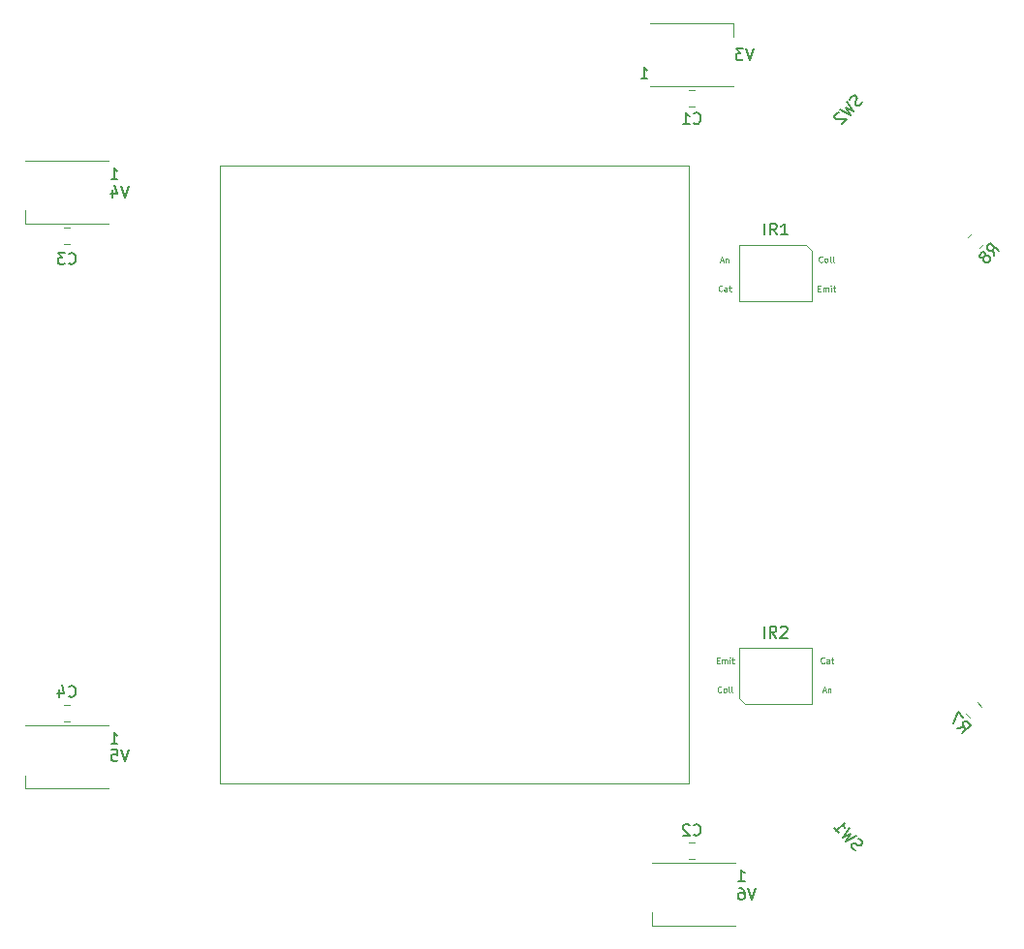
<source format=gbr>
G04 #@! TF.GenerationSoftware,KiCad,Pcbnew,(5.1.2)-2*
G04 #@! TF.CreationDate,2019-10-29T07:50:01+01:00*
G04 #@! TF.ProjectId,Alphabot2.0,416c7068-6162-46f7-9432-2e302e6b6963,1.0*
G04 #@! TF.SameCoordinates,Original*
G04 #@! TF.FileFunction,Legend,Bot*
G04 #@! TF.FilePolarity,Positive*
%FSLAX46Y46*%
G04 Gerber Fmt 4.6, Leading zero omitted, Abs format (unit mm)*
G04 Created by KiCad (PCBNEW (5.1.2)-2) date 2019-10-29 07:50:01*
%MOMM*%
%LPD*%
G04 APERTURE LIST*
%ADD10C,0.120000*%
%ADD11C,0.150000*%
%ADD12C,0.125000*%
G04 APERTURE END LIST*
D10*
X112405000Y-72620000D02*
X112405000Y-126620000D01*
X153405000Y-72620000D02*
X112405000Y-72620000D01*
X153405000Y-126620000D02*
X153405000Y-72620000D01*
X112405000Y-126620000D02*
X153405000Y-126620000D01*
X177775117Y-78868687D02*
X178131464Y-78486552D01*
X178813640Y-79837124D02*
X179169987Y-79454989D01*
X178661240Y-119532276D02*
X179017587Y-119914411D01*
X177622717Y-120500713D02*
X177979064Y-120882848D01*
X158302940Y-119688560D02*
X157802940Y-119188560D01*
X164202940Y-114788560D02*
X164202940Y-119688560D01*
X157802940Y-114788560D02*
X164202940Y-114788560D01*
X157802940Y-119188560D02*
X157802940Y-114788560D01*
X164202940Y-119688560D02*
X158302940Y-119688560D01*
X163700000Y-79550000D02*
X164200000Y-80050000D01*
X157800000Y-84450000D02*
X157800000Y-79550000D01*
X164200000Y-84450000D02*
X157800000Y-84450000D01*
X164200000Y-80050000D02*
X164200000Y-84450000D01*
X157800000Y-79550000D02*
X163700000Y-79550000D01*
X150210000Y-139060000D02*
X150210000Y-137910000D01*
X157510000Y-139060000D02*
X150210000Y-139060000D01*
X157510000Y-133560000D02*
X150210000Y-133560000D01*
X95410000Y-127060000D02*
X95410000Y-125910000D01*
X102710000Y-127060000D02*
X95410000Y-127060000D01*
X102710000Y-121560000D02*
X95410000Y-121560000D01*
X95410000Y-77680000D02*
X95410000Y-76530000D01*
X102710000Y-77680000D02*
X95410000Y-77680000D01*
X102710000Y-72180000D02*
X95410000Y-72180000D01*
X157330000Y-60180000D02*
X157330000Y-61330000D01*
X150030000Y-60180000D02*
X157330000Y-60180000D01*
X150030000Y-65680000D02*
X157330000Y-65680000D01*
X98798748Y-119790000D02*
X99321252Y-119790000D01*
X98798748Y-121210000D02*
X99321252Y-121210000D01*
X99321252Y-79450000D02*
X98798748Y-79450000D01*
X99321252Y-78030000D02*
X98798748Y-78030000D01*
X153418748Y-131790000D02*
X153941252Y-131790000D01*
X153418748Y-133210000D02*
X153941252Y-133210000D01*
X153941252Y-67450000D02*
X153418748Y-67450000D01*
X153941252Y-66030000D02*
X153418748Y-66030000D01*
D11*
X168555355Y-67010908D02*
X168492753Y-67147863D01*
X168330372Y-67321995D01*
X168230594Y-67359172D01*
X168163291Y-67361522D01*
X168061162Y-67331396D01*
X167991510Y-67266444D01*
X167954333Y-67166665D01*
X167951983Y-67099363D01*
X167982109Y-66997234D01*
X168077187Y-66825453D01*
X168107313Y-66723324D01*
X168104962Y-66656021D01*
X168067786Y-66556243D01*
X167998133Y-66491290D01*
X167896004Y-66461165D01*
X167828702Y-66463515D01*
X167728923Y-66500691D01*
X167566542Y-66674823D01*
X167503940Y-66811778D01*
X167241781Y-67023087D02*
X167810754Y-67879217D01*
X167158454Y-67531381D01*
X167550946Y-68157828D01*
X166657211Y-67649962D01*
X166499531Y-67958698D02*
X166432229Y-67961049D01*
X166332450Y-67998225D01*
X166170070Y-68172357D01*
X166139944Y-68274486D01*
X166142294Y-68341788D01*
X166179471Y-68441567D01*
X166249123Y-68506519D01*
X166386079Y-68569121D01*
X167193708Y-68540918D01*
X166771519Y-68993661D01*
X167963307Y-132461185D02*
X167831052Y-132389182D01*
X167668671Y-132215050D01*
X167638545Y-132112921D01*
X167640896Y-132045619D01*
X167678072Y-131945840D01*
X167747725Y-131880888D01*
X167849854Y-131850762D01*
X167917156Y-131853112D01*
X168016935Y-131890289D01*
X168181666Y-131997118D01*
X168281444Y-132034295D01*
X168348747Y-132036645D01*
X168450876Y-132006519D01*
X168520528Y-131941567D01*
X168557705Y-131841788D01*
X168560055Y-131774486D01*
X168529929Y-131672357D01*
X168367549Y-131498225D01*
X168235294Y-131426222D01*
X168042788Y-131149962D02*
X167149053Y-131657828D01*
X167541545Y-131031381D01*
X166889245Y-131379217D01*
X167458218Y-130523087D01*
X166109818Y-130543384D02*
X166499531Y-130961301D01*
X166304675Y-130752342D02*
X167036028Y-130070344D01*
X166996501Y-130237425D01*
X166991801Y-130372030D01*
X167021927Y-130474159D01*
X180123802Y-80473765D02*
X180002871Y-79905220D01*
X180513516Y-80055849D02*
X179782162Y-79373851D01*
X179522353Y-79652461D01*
X179492227Y-79754590D01*
X179494578Y-79821893D01*
X179531754Y-79921671D01*
X179636233Y-80019100D01*
X179738362Y-80049226D01*
X179805665Y-80046875D01*
X179905443Y-80009699D01*
X180165252Y-79731088D01*
X179316173Y-80501968D02*
X179346298Y-80399839D01*
X179343948Y-80332537D01*
X179306772Y-80232758D01*
X179271945Y-80200282D01*
X179169816Y-80170156D01*
X179102514Y-80172507D01*
X179002735Y-80209683D01*
X178872831Y-80348989D01*
X178842705Y-80451118D01*
X178845055Y-80518420D01*
X178882232Y-80618199D01*
X178917058Y-80650675D01*
X179019187Y-80680801D01*
X179086490Y-80678450D01*
X179186268Y-80641274D01*
X179316173Y-80501968D01*
X179415951Y-80464792D01*
X179483254Y-80462441D01*
X179585383Y-80492567D01*
X179724688Y-80622472D01*
X179761865Y-80722250D01*
X179764215Y-80789553D01*
X179734089Y-80891682D01*
X179604185Y-81030987D01*
X179504406Y-81068164D01*
X179437104Y-81070514D01*
X179334975Y-81040388D01*
X179195669Y-80910484D01*
X179158493Y-80810705D01*
X179156142Y-80743403D01*
X179186268Y-80641274D01*
X176896233Y-121763274D02*
X177471830Y-121682297D01*
X177285947Y-122181190D02*
X178017300Y-121499192D01*
X177757492Y-121220581D01*
X177657713Y-121183404D01*
X177590410Y-121181054D01*
X177488282Y-121211180D01*
X177383803Y-121308608D01*
X177346626Y-121408387D01*
X177344276Y-121475689D01*
X177374402Y-121577818D01*
X177634210Y-121856429D01*
X177400254Y-120837491D02*
X176945589Y-120349922D01*
X176506520Y-121345357D01*
X160023809Y-113882380D02*
X160023809Y-112882380D01*
X161071428Y-113882380D02*
X160738095Y-113406190D01*
X160500000Y-113882380D02*
X160500000Y-112882380D01*
X160880952Y-112882380D01*
X160976190Y-112930000D01*
X161023809Y-112977619D01*
X161071428Y-113072857D01*
X161071428Y-113215714D01*
X161023809Y-113310952D01*
X160976190Y-113358571D01*
X160880952Y-113406190D01*
X160500000Y-113406190D01*
X161452380Y-112977619D02*
X161500000Y-112930000D01*
X161595238Y-112882380D01*
X161833333Y-112882380D01*
X161928571Y-112930000D01*
X161976190Y-112977619D01*
X162023809Y-113072857D01*
X162023809Y-113168095D01*
X161976190Y-113310952D01*
X161404761Y-113882380D01*
X162023809Y-113882380D01*
D12*
X155880559Y-115842845D02*
X156047225Y-115842845D01*
X156118654Y-116104750D02*
X155880559Y-116104750D01*
X155880559Y-115604750D01*
X156118654Y-115604750D01*
X156332940Y-116104750D02*
X156332940Y-115771417D01*
X156332940Y-115819036D02*
X156356749Y-115795226D01*
X156404368Y-115771417D01*
X156475797Y-115771417D01*
X156523416Y-115795226D01*
X156547225Y-115842845D01*
X156547225Y-116104750D01*
X156547225Y-115842845D02*
X156571035Y-115795226D01*
X156618654Y-115771417D01*
X156690082Y-115771417D01*
X156737701Y-115795226D01*
X156761511Y-115842845D01*
X156761511Y-116104750D01*
X156999606Y-116104750D02*
X156999606Y-115771417D01*
X156999606Y-115604750D02*
X156975797Y-115628560D01*
X156999606Y-115652369D01*
X157023416Y-115628560D01*
X156999606Y-115604750D01*
X156999606Y-115652369D01*
X157166273Y-115771417D02*
X157356749Y-115771417D01*
X157237701Y-115604750D02*
X157237701Y-116033321D01*
X157261511Y-116080940D01*
X157309130Y-116104750D01*
X157356749Y-116104750D01*
X156249606Y-118597131D02*
X156225797Y-118620940D01*
X156154368Y-118644750D01*
X156106749Y-118644750D01*
X156035320Y-118620940D01*
X155987701Y-118573321D01*
X155963892Y-118525702D01*
X155940082Y-118430464D01*
X155940082Y-118359036D01*
X155963892Y-118263798D01*
X155987701Y-118216179D01*
X156035320Y-118168560D01*
X156106749Y-118144750D01*
X156154368Y-118144750D01*
X156225797Y-118168560D01*
X156249606Y-118192369D01*
X156535320Y-118644750D02*
X156487701Y-118620940D01*
X156463892Y-118597131D01*
X156440082Y-118549512D01*
X156440082Y-118406655D01*
X156463892Y-118359036D01*
X156487701Y-118335226D01*
X156535320Y-118311417D01*
X156606749Y-118311417D01*
X156654368Y-118335226D01*
X156678178Y-118359036D01*
X156701987Y-118406655D01*
X156701987Y-118549512D01*
X156678178Y-118597131D01*
X156654368Y-118620940D01*
X156606749Y-118644750D01*
X156535320Y-118644750D01*
X156987701Y-118644750D02*
X156940082Y-118620940D01*
X156916273Y-118573321D01*
X156916273Y-118144750D01*
X157249606Y-118644750D02*
X157201987Y-118620940D01*
X157178178Y-118573321D01*
X157178178Y-118144750D01*
X165258654Y-116057131D02*
X165234844Y-116080940D01*
X165163416Y-116104750D01*
X165115797Y-116104750D01*
X165044368Y-116080940D01*
X164996749Y-116033321D01*
X164972940Y-115985702D01*
X164949130Y-115890464D01*
X164949130Y-115819036D01*
X164972940Y-115723798D01*
X164996749Y-115676179D01*
X165044368Y-115628560D01*
X165115797Y-115604750D01*
X165163416Y-115604750D01*
X165234844Y-115628560D01*
X165258654Y-115652369D01*
X165687225Y-116104750D02*
X165687225Y-115842845D01*
X165663416Y-115795226D01*
X165615797Y-115771417D01*
X165520559Y-115771417D01*
X165472940Y-115795226D01*
X165687225Y-116080940D02*
X165639606Y-116104750D01*
X165520559Y-116104750D01*
X165472940Y-116080940D01*
X165449130Y-116033321D01*
X165449130Y-115985702D01*
X165472940Y-115938083D01*
X165520559Y-115914274D01*
X165639606Y-115914274D01*
X165687225Y-115890464D01*
X165853892Y-115771417D02*
X166044368Y-115771417D01*
X165925320Y-115604750D02*
X165925320Y-116033321D01*
X165949130Y-116080940D01*
X165996749Y-116104750D01*
X166044368Y-116104750D01*
X165127701Y-118501893D02*
X165365797Y-118501893D01*
X165080082Y-118644750D02*
X165246749Y-118144750D01*
X165413416Y-118644750D01*
X165580082Y-118311417D02*
X165580082Y-118644750D01*
X165580082Y-118359036D02*
X165603892Y-118335226D01*
X165651511Y-118311417D01*
X165722940Y-118311417D01*
X165770559Y-118335226D01*
X165794368Y-118382845D01*
X165794368Y-118644750D01*
D11*
X160059809Y-78642380D02*
X160059809Y-77642380D01*
X161107428Y-78642380D02*
X160774095Y-78166190D01*
X160536000Y-78642380D02*
X160536000Y-77642380D01*
X160916952Y-77642380D01*
X161012190Y-77690000D01*
X161059809Y-77737619D01*
X161107428Y-77832857D01*
X161107428Y-77975714D01*
X161059809Y-78070952D01*
X161012190Y-78118571D01*
X160916952Y-78166190D01*
X160536000Y-78166190D01*
X162059809Y-78642380D02*
X161488380Y-78642380D01*
X161774095Y-78642380D02*
X161774095Y-77642380D01*
X161678857Y-77785238D01*
X161583619Y-77880476D01*
X161488380Y-77928095D01*
D12*
X164717619Y-83324285D02*
X164884285Y-83324285D01*
X164955714Y-83586190D02*
X164717619Y-83586190D01*
X164717619Y-83086190D01*
X164955714Y-83086190D01*
X165170000Y-83586190D02*
X165170000Y-83252857D01*
X165170000Y-83300476D02*
X165193809Y-83276666D01*
X165241428Y-83252857D01*
X165312857Y-83252857D01*
X165360476Y-83276666D01*
X165384285Y-83324285D01*
X165384285Y-83586190D01*
X165384285Y-83324285D02*
X165408095Y-83276666D01*
X165455714Y-83252857D01*
X165527142Y-83252857D01*
X165574761Y-83276666D01*
X165598571Y-83324285D01*
X165598571Y-83586190D01*
X165836666Y-83586190D02*
X165836666Y-83252857D01*
X165836666Y-83086190D02*
X165812857Y-83110000D01*
X165836666Y-83133809D01*
X165860476Y-83110000D01*
X165836666Y-83086190D01*
X165836666Y-83133809D01*
X166003333Y-83252857D02*
X166193809Y-83252857D01*
X166074761Y-83086190D02*
X166074761Y-83514761D01*
X166098571Y-83562380D01*
X166146190Y-83586190D01*
X166193809Y-83586190D01*
X165086666Y-80998571D02*
X165062857Y-81022380D01*
X164991428Y-81046190D01*
X164943809Y-81046190D01*
X164872380Y-81022380D01*
X164824761Y-80974761D01*
X164800952Y-80927142D01*
X164777142Y-80831904D01*
X164777142Y-80760476D01*
X164800952Y-80665238D01*
X164824761Y-80617619D01*
X164872380Y-80570000D01*
X164943809Y-80546190D01*
X164991428Y-80546190D01*
X165062857Y-80570000D01*
X165086666Y-80593809D01*
X165372380Y-81046190D02*
X165324761Y-81022380D01*
X165300952Y-80998571D01*
X165277142Y-80950952D01*
X165277142Y-80808095D01*
X165300952Y-80760476D01*
X165324761Y-80736666D01*
X165372380Y-80712857D01*
X165443809Y-80712857D01*
X165491428Y-80736666D01*
X165515238Y-80760476D01*
X165539047Y-80808095D01*
X165539047Y-80950952D01*
X165515238Y-80998571D01*
X165491428Y-81022380D01*
X165443809Y-81046190D01*
X165372380Y-81046190D01*
X165824761Y-81046190D02*
X165777142Y-81022380D01*
X165753333Y-80974761D01*
X165753333Y-80546190D01*
X166086666Y-81046190D02*
X166039047Y-81022380D01*
X166015238Y-80974761D01*
X166015238Y-80546190D01*
X156315714Y-83538571D02*
X156291904Y-83562380D01*
X156220476Y-83586190D01*
X156172857Y-83586190D01*
X156101428Y-83562380D01*
X156053809Y-83514761D01*
X156030000Y-83467142D01*
X156006190Y-83371904D01*
X156006190Y-83300476D01*
X156030000Y-83205238D01*
X156053809Y-83157619D01*
X156101428Y-83110000D01*
X156172857Y-83086190D01*
X156220476Y-83086190D01*
X156291904Y-83110000D01*
X156315714Y-83133809D01*
X156744285Y-83586190D02*
X156744285Y-83324285D01*
X156720476Y-83276666D01*
X156672857Y-83252857D01*
X156577619Y-83252857D01*
X156530000Y-83276666D01*
X156744285Y-83562380D02*
X156696666Y-83586190D01*
X156577619Y-83586190D01*
X156530000Y-83562380D01*
X156506190Y-83514761D01*
X156506190Y-83467142D01*
X156530000Y-83419523D01*
X156577619Y-83395714D01*
X156696666Y-83395714D01*
X156744285Y-83371904D01*
X156910952Y-83252857D02*
X157101428Y-83252857D01*
X156982380Y-83086190D02*
X156982380Y-83514761D01*
X157006190Y-83562380D01*
X157053809Y-83586190D01*
X157101428Y-83586190D01*
X156184761Y-80903333D02*
X156422857Y-80903333D01*
X156137142Y-81046190D02*
X156303809Y-80546190D01*
X156470476Y-81046190D01*
X156637142Y-80712857D02*
X156637142Y-81046190D01*
X156637142Y-80760476D02*
X156660952Y-80736666D01*
X156708571Y-80712857D01*
X156780000Y-80712857D01*
X156827619Y-80736666D01*
X156851428Y-80784285D01*
X156851428Y-81046190D01*
D11*
X159241523Y-135762380D02*
X158908190Y-136762380D01*
X158574857Y-135762380D01*
X157812952Y-135762380D02*
X158003428Y-135762380D01*
X158098666Y-135810000D01*
X158146285Y-135857619D01*
X158241523Y-136000476D01*
X158289142Y-136190952D01*
X158289142Y-136571904D01*
X158241523Y-136667142D01*
X158193904Y-136714761D01*
X158098666Y-136762380D01*
X157908190Y-136762380D01*
X157812952Y-136714761D01*
X157765333Y-136667142D01*
X157717714Y-136571904D01*
X157717714Y-136333809D01*
X157765333Y-136238571D01*
X157812952Y-136190952D01*
X157908190Y-136143333D01*
X158098666Y-136143333D01*
X158193904Y-136190952D01*
X158241523Y-136238571D01*
X158289142Y-136333809D01*
X157724285Y-135162380D02*
X158295714Y-135162380D01*
X158010000Y-135162380D02*
X158010000Y-134162380D01*
X158105238Y-134305238D01*
X158200476Y-134400476D01*
X158295714Y-134448095D01*
X104441523Y-123658380D02*
X104108190Y-124658380D01*
X103774857Y-123658380D01*
X102965333Y-123658380D02*
X103441523Y-123658380D01*
X103489142Y-124134571D01*
X103441523Y-124086952D01*
X103346285Y-124039333D01*
X103108190Y-124039333D01*
X103012952Y-124086952D01*
X102965333Y-124134571D01*
X102917714Y-124229809D01*
X102917714Y-124467904D01*
X102965333Y-124563142D01*
X103012952Y-124610761D01*
X103108190Y-124658380D01*
X103346285Y-124658380D01*
X103441523Y-124610761D01*
X103489142Y-124563142D01*
X102924285Y-123162380D02*
X103495714Y-123162380D01*
X103210000Y-123162380D02*
X103210000Y-122162380D01*
X103305238Y-122305238D01*
X103400476Y-122400476D01*
X103495714Y-122448095D01*
X104441523Y-74382380D02*
X104108190Y-75382380D01*
X103774857Y-74382380D01*
X103012952Y-74715714D02*
X103012952Y-75382380D01*
X103251047Y-74334761D02*
X103489142Y-75049047D01*
X102870095Y-75049047D01*
X102924285Y-73782380D02*
X103495714Y-73782380D01*
X103210000Y-73782380D02*
X103210000Y-72782380D01*
X103305238Y-72925238D01*
X103400476Y-73020476D01*
X103495714Y-73068095D01*
X159061523Y-62382380D02*
X158728190Y-63382380D01*
X158394857Y-62382380D01*
X158156761Y-62382380D02*
X157537714Y-62382380D01*
X157871047Y-62763333D01*
X157728190Y-62763333D01*
X157632952Y-62810952D01*
X157585333Y-62858571D01*
X157537714Y-62953809D01*
X157537714Y-63191904D01*
X157585333Y-63287142D01*
X157632952Y-63334761D01*
X157728190Y-63382380D01*
X158013904Y-63382380D01*
X158109142Y-63334761D01*
X158156761Y-63287142D01*
X149244285Y-64982380D02*
X149815714Y-64982380D01*
X149530000Y-64982380D02*
X149530000Y-63982380D01*
X149625238Y-64125238D01*
X149720476Y-64220476D01*
X149815714Y-64268095D01*
X99226666Y-118975142D02*
X99274285Y-119022761D01*
X99417142Y-119070380D01*
X99512380Y-119070380D01*
X99655238Y-119022761D01*
X99750476Y-118927523D01*
X99798095Y-118832285D01*
X99845714Y-118641809D01*
X99845714Y-118498952D01*
X99798095Y-118308476D01*
X99750476Y-118213238D01*
X99655238Y-118118000D01*
X99512380Y-118070380D01*
X99417142Y-118070380D01*
X99274285Y-118118000D01*
X99226666Y-118165619D01*
X98369523Y-118403714D02*
X98369523Y-119070380D01*
X98607619Y-118022761D02*
X98845714Y-118737047D01*
X98226666Y-118737047D01*
X99226666Y-81129142D02*
X99274285Y-81176761D01*
X99417142Y-81224380D01*
X99512380Y-81224380D01*
X99655238Y-81176761D01*
X99750476Y-81081523D01*
X99798095Y-80986285D01*
X99845714Y-80795809D01*
X99845714Y-80652952D01*
X99798095Y-80462476D01*
X99750476Y-80367238D01*
X99655238Y-80272000D01*
X99512380Y-80224380D01*
X99417142Y-80224380D01*
X99274285Y-80272000D01*
X99226666Y-80319619D01*
X98893333Y-80224380D02*
X98274285Y-80224380D01*
X98607619Y-80605333D01*
X98464761Y-80605333D01*
X98369523Y-80652952D01*
X98321904Y-80700571D01*
X98274285Y-80795809D01*
X98274285Y-81033904D01*
X98321904Y-81129142D01*
X98369523Y-81176761D01*
X98464761Y-81224380D01*
X98750476Y-81224380D01*
X98845714Y-81176761D01*
X98893333Y-81129142D01*
X153846666Y-131079142D02*
X153894285Y-131126761D01*
X154037142Y-131174380D01*
X154132380Y-131174380D01*
X154275238Y-131126761D01*
X154370476Y-131031523D01*
X154418095Y-130936285D01*
X154465714Y-130745809D01*
X154465714Y-130602952D01*
X154418095Y-130412476D01*
X154370476Y-130317238D01*
X154275238Y-130222000D01*
X154132380Y-130174380D01*
X154037142Y-130174380D01*
X153894285Y-130222000D01*
X153846666Y-130269619D01*
X153465714Y-130269619D02*
X153418095Y-130222000D01*
X153322857Y-130174380D01*
X153084761Y-130174380D01*
X152989523Y-130222000D01*
X152941904Y-130269619D01*
X152894285Y-130364857D01*
X152894285Y-130460095D01*
X152941904Y-130602952D01*
X153513333Y-131174380D01*
X152894285Y-131174380D01*
X153846666Y-68875142D02*
X153894285Y-68922761D01*
X154037142Y-68970380D01*
X154132380Y-68970380D01*
X154275238Y-68922761D01*
X154370476Y-68827523D01*
X154418095Y-68732285D01*
X154465714Y-68541809D01*
X154465714Y-68398952D01*
X154418095Y-68208476D01*
X154370476Y-68113238D01*
X154275238Y-68018000D01*
X154132380Y-67970380D01*
X154037142Y-67970380D01*
X153894285Y-68018000D01*
X153846666Y-68065619D01*
X152894285Y-68970380D02*
X153465714Y-68970380D01*
X153180000Y-68970380D02*
X153180000Y-67970380D01*
X153275238Y-68113238D01*
X153370476Y-68208476D01*
X153465714Y-68256095D01*
M02*

</source>
